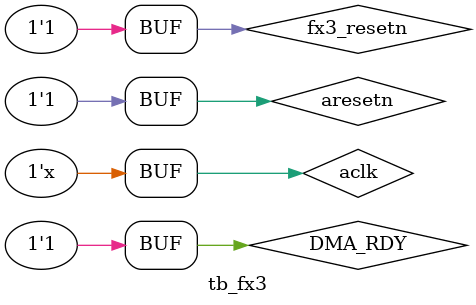
<source format=sv>
`timescale 1ns / 1ps


module tb_fx3();

reg aclk = 0;
reg aresetn = 0;

wire clk_out;  //-output clk 100 Mhz and 180 phase shift
wire [31:0] data;
wire fx3_data_available;
wire overflow;

reg fx3_resetn;
reg [31:0] word_counter;

reg fx3_read_ready_d;

reg DATA_COUNTER_ARMED = 1'b0;
wire DATA_CNT_HIT = (word_counter == 32'D4091)? 1'b1: 1'b0;
reg DMA_RDY = 1'b1;

reg [2:0] fx3_state_d;
reg [2:0] fx3_state;
parameter [2:0] START = 3'b000,
  TH0_WAIT = 3'b001,
  TH0_REQUEST = 3'b010,
  TH0_READ = 3'b011,
  TH1_WAIT = 3'b100,
  TH1_REQUEST = 3'b101,
  TH1_READ = 3'b110;

reg fx3_read_ready = 1'b0;

top_wrapper DUT
(.aclk(aclk),
  .aresetn(aresetn),
  .clk_out(clk_out),
  .data(data),
  .fx3_data_available(fx3_data_available),
  .fx3_resetn(fx3_resetn),
  .fx3_read_ready(fx3_read_ready),
  .overflow(overflow)
);

always #1ns aclk = ~aclk;

initial begin

  fx3_resetn = 0;
  aresetn = 0;
  #10ns
  aresetn = 1;
  #100ns
  fx3_resetn = 1;
  DMA_RDY = 1'b1;

 
  //DMA_RDY = 1'b0;
  //#10ns
  //DMA_RDY = 1'b1;
end

always @(fx3_state) begin
  if(fx3_state == TH0_REQUEST || fx3_state == TH1_REQUEST) begin
    DATA_COUNTER_ARMED = 1'b1;
  end else if(fx3_state == TH0_WAIT || fx3_state == TH1_WAIT) begin
    DATA_COUNTER_ARMED = 1'b0;
  end
end

always @(posedge clk_out) begin
  if(aresetn == 1'b0 || fx3_resetn == 1'b0) begin
    word_counter <= 32'b0;
  end else begin
    if(DATA_COUNTER_ARMED == 1'b1) begin
      word_counter <= word_counter +1; 
    end
  end
end

always @(posedge clk_out) begin
  if(aresetn == 1'b0 || fx3_resetn == 1'b0) begin
    fx3_state <= START;
    fx3_read_ready <= 1'b0;
  end else begin
    fx3_state <= fx3_state_d;
    fx3_read_ready <= fx3_read_ready_d;
  end
end

always @(fx3_state, fx3_data_available, DATA_CNT_HIT, DMA_RDY) begin
  fx3_state_d <= fx3_state;
  case (fx3_state)
    START: begin 
    fx3_state_d <= TH0_WAIT;
    fx3_read_ready_d <= 1'b0;
  end
  TH0_WAIT: begin
    if(DMA_RDY == 1'b1 && fx3_data_available == 1'b1) begin
      fx3_state_d <= TH0_REQUEST;
      fx3_read_ready_d <= 1'b0;
    end else begin
      fx3_state_d <= TH0_WAIT;
      fx3_read_ready_d <= 1'b0;
    end
  end
  TH0_REQUEST: begin
    fx3_state_d <= TH0_READ;
    fx3_read_ready_d <= 1'b1;
  end
  TH0_READ: begin
    if(DATA_CNT_HIT == 1'b1) begin
      fx3_state_d <= TH1_WAIT;
      fx3_read_ready_d <= 1'b1;
    end else begin
      fx3_state_d <= TH0_READ;
      fx3_read_ready_d <= 1'b1;
    end
  end
  TH1_WAIT: begin
    if(DMA_RDY == 1'b1 && fx3_data_available == 1'b1) begin
      fx3_state_d <= TH1_REQUEST;
      fx3_read_ready_d <= 1'b1;
    end else begin
      fx3_state_d <= TH1_WAIT;
      fx3_read_ready_d <= 1'b1;
    end
  end
  TH1_REQUEST: begin
    fx3_state_d <= TH1_READ;
    fx3_read_ready_d <= 1'b0;
  end
  TH1_READ: begin
    if(DATA_CNT_HIT == 1'b1) begin
      fx3_state_d <= TH0_WAIT;
      fx3_read_ready_d <= 1'b0;
    end else begin
      fx3_state_d <= TH1_READ;
      fx3_read_ready_d <= 1'b0;
    end
  end
  default: begin
    fx3_state_d <= START;
    fx3_read_ready_d <= 1'b0;
   end
endcase;
end

endmodule



</source>
